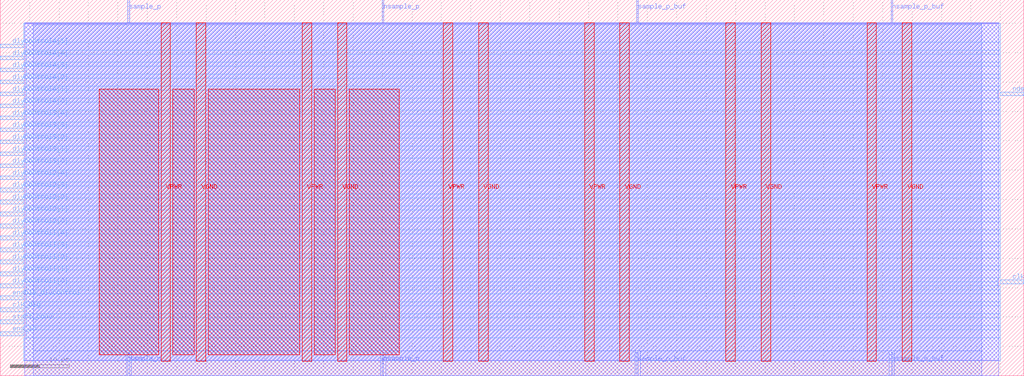
<source format=lef>
VERSION 5.7 ;
  NOWIREEXTENSIONATPIN ON ;
  DIVIDERCHAR "/" ;
  BUSBITCHARS "[]" ;
MACRO adc_clkgen_with_edgedetect
  CLASS BLOCK ;
  FOREIGN adc_clkgen_with_edgedetect ;
  ORIGIN 0.000 0.000 ;
  SIZE 174.000 BY 64.000 ;
  PIN VGND
    DIRECTION INOUT ;
    USE GROUND ;
    PORT
      LAYER met4 ;
        RECT 33.340 2.480 34.940 60.080 ;
    END
    PORT
      LAYER met4 ;
        RECT 57.340 2.480 58.940 60.080 ;
    END
    PORT
      LAYER met4 ;
        RECT 81.340 2.480 82.940 60.080 ;
    END
    PORT
      LAYER met4 ;
        RECT 105.340 2.480 106.940 60.080 ;
    END
    PORT
      LAYER met4 ;
        RECT 129.340 2.480 130.940 60.080 ;
    END
    PORT
      LAYER met4 ;
        RECT 153.340 2.480 154.940 60.080 ;
    END
  END VGND
  PIN VPWR
    DIRECTION INOUT ;
    USE POWER ;
    PORT
      LAYER met4 ;
        RECT 27.340 2.480 28.940 60.080 ;
    END
    PORT
      LAYER met4 ;
        RECT 51.340 2.480 52.940 60.080 ;
    END
    PORT
      LAYER met4 ;
        RECT 75.340 2.480 76.940 60.080 ;
    END
    PORT
      LAYER met4 ;
        RECT 99.340 2.480 100.940 60.080 ;
    END
    PORT
      LAYER met4 ;
        RECT 123.340 2.480 124.940 60.080 ;
    END
    PORT
      LAYER met4 ;
        RECT 147.340 2.480 148.940 60.080 ;
    END
  END VPWR
  PIN clk_comp
    DIRECTION OUTPUT TRISTATE ;
    USE SIGNAL ;
    PORT
      LAYER met3 ;
        RECT 170.000 15.680 174.000 16.280 ;
    END
  END clk_comp
  PIN clk_dig
    DIRECTION OUTPUT TRISTATE ;
    USE SIGNAL ;
    PORT
      LAYER met3 ;
        RECT 0.000 10.920 4.000 11.520 ;
    END
  END clk_dig
  PIN dlycontrol1[0]
    DIRECTION INPUT ;
    USE SIGNAL ;
    PORT
      LAYER met3 ;
        RECT 0.000 15.000 4.000 15.600 ;
    END
  END dlycontrol1[0]
  PIN dlycontrol1[1]
    DIRECTION INPUT ;
    USE SIGNAL ;
    PORT
      LAYER met3 ;
        RECT 0.000 17.040 4.000 17.640 ;
    END
  END dlycontrol1[1]
  PIN dlycontrol1[2]
    DIRECTION INPUT ;
    USE SIGNAL ;
    PORT
      LAYER met3 ;
        RECT 0.000 19.080 4.000 19.680 ;
    END
  END dlycontrol1[2]
  PIN dlycontrol1[3]
    DIRECTION INPUT ;
    USE SIGNAL ;
    PORT
      LAYER met3 ;
        RECT 0.000 21.120 4.000 21.720 ;
    END
  END dlycontrol1[3]
  PIN dlycontrol1[4]
    DIRECTION INPUT ;
    USE SIGNAL ;
    PORT
      LAYER met3 ;
        RECT 0.000 23.160 4.000 23.760 ;
    END
  END dlycontrol1[4]
  PIN dlycontrol2[0]
    DIRECTION INPUT ;
    USE SIGNAL ;
    PORT
      LAYER met3 ;
        RECT 0.000 25.200 4.000 25.800 ;
    END
  END dlycontrol2[0]
  PIN dlycontrol2[1]
    DIRECTION INPUT ;
    USE SIGNAL ;
    PORT
      LAYER met3 ;
        RECT 0.000 27.240 4.000 27.840 ;
    END
  END dlycontrol2[1]
  PIN dlycontrol2[2]
    DIRECTION INPUT ;
    USE SIGNAL ;
    PORT
      LAYER met3 ;
        RECT 0.000 29.280 4.000 29.880 ;
    END
  END dlycontrol2[2]
  PIN dlycontrol2[3]
    DIRECTION INPUT ;
    USE SIGNAL ;
    PORT
      LAYER met3 ;
        RECT 0.000 31.320 4.000 31.920 ;
    END
  END dlycontrol2[3]
  PIN dlycontrol2[4]
    DIRECTION INPUT ;
    USE SIGNAL ;
    PORT
      LAYER met3 ;
        RECT 0.000 33.360 4.000 33.960 ;
    END
  END dlycontrol2[4]
  PIN dlycontrol3[0]
    DIRECTION INPUT ;
    USE SIGNAL ;
    PORT
      LAYER met3 ;
        RECT 0.000 35.400 4.000 36.000 ;
    END
  END dlycontrol3[0]
  PIN dlycontrol3[1]
    DIRECTION INPUT ;
    USE SIGNAL ;
    PORT
      LAYER met3 ;
        RECT 0.000 37.440 4.000 38.040 ;
    END
  END dlycontrol3[1]
  PIN dlycontrol3[2]
    DIRECTION INPUT ;
    USE SIGNAL ;
    PORT
      LAYER met3 ;
        RECT 0.000 39.480 4.000 40.080 ;
    END
  END dlycontrol3[2]
  PIN dlycontrol3[3]
    DIRECTION INPUT ;
    USE SIGNAL ;
    PORT
      LAYER met3 ;
        RECT 0.000 41.520 4.000 42.120 ;
    END
  END dlycontrol3[3]
  PIN dlycontrol3[4]
    DIRECTION INPUT ;
    USE SIGNAL ;
    PORT
      LAYER met3 ;
        RECT 0.000 43.560 4.000 44.160 ;
    END
  END dlycontrol3[4]
  PIN dlycontrol4[0]
    DIRECTION INPUT ;
    USE SIGNAL ;
    PORT
      LAYER met3 ;
        RECT 0.000 45.600 4.000 46.200 ;
    END
  END dlycontrol4[0]
  PIN dlycontrol4[1]
    DIRECTION INPUT ;
    USE SIGNAL ;
    PORT
      LAYER met3 ;
        RECT 0.000 47.640 4.000 48.240 ;
    END
  END dlycontrol4[1]
  PIN dlycontrol4[2]
    DIRECTION INPUT ;
    USE SIGNAL ;
    PORT
      LAYER met3 ;
        RECT 0.000 49.680 4.000 50.280 ;
    END
  END dlycontrol4[2]
  PIN dlycontrol4[3]
    DIRECTION INPUT ;
    USE SIGNAL ;
    PORT
      LAYER met3 ;
        RECT 0.000 51.720 4.000 52.320 ;
    END
  END dlycontrol4[3]
  PIN dlycontrol4[4]
    DIRECTION INPUT ;
    USE SIGNAL ;
    PORT
      LAYER met3 ;
        RECT 0.000 53.760 4.000 54.360 ;
    END
  END dlycontrol4[4]
  PIN dlycontrol4[5]
    DIRECTION INPUT ;
    USE SIGNAL ;
    PORT
      LAYER met3 ;
        RECT 0.000 55.800 4.000 56.400 ;
    END
  END dlycontrol4[5]
  PIN ena_in
    DIRECTION INPUT ;
    USE SIGNAL ;
    PORT
      LAYER met3 ;
        RECT 0.000 6.840 4.000 7.440 ;
    END
  END ena_in
  PIN enable_dlycontrol
    DIRECTION INPUT ;
    USE SIGNAL ;
    PORT
      LAYER met3 ;
        RECT 0.000 12.960 4.000 13.560 ;
    END
  END enable_dlycontrol
  PIN ndecision_finish
    DIRECTION INPUT ;
    USE SIGNAL ;
    PORT
      LAYER met3 ;
        RECT 170.000 47.640 174.000 48.240 ;
    END
  END ndecision_finish
  PIN nsample_n
    DIRECTION INPUT ;
    USE SIGNAL ;
    PORT
      LAYER met2 ;
        RECT 64.950 0.000 65.230 4.000 ;
    END
  END nsample_n
  PIN nsample_n_buf
    DIRECTION OUTPUT TRISTATE ;
    USE SIGNAL ;
    PORT
      LAYER met2 ;
        RECT 151.430 0.000 151.710 4.000 ;
    END
  END nsample_n_buf
  PIN nsample_p
    DIRECTION INPUT ;
    USE SIGNAL ;
    PORT
      LAYER met2 ;
        RECT 64.950 60.000 65.230 64.000 ;
    END
  END nsample_p
  PIN nsample_p_buf
    DIRECTION OUTPUT TRISTATE ;
    USE SIGNAL ;
    PORT
      LAYER met2 ;
        RECT 151.430 60.000 151.710 64.000 ;
    END
  END nsample_p_buf
  PIN sample_n
    DIRECTION INPUT ;
    USE SIGNAL ;
    PORT
      LAYER met2 ;
        RECT 21.710 0.000 21.990 4.000 ;
    END
  END sample_n
  PIN sample_n_buf
    DIRECTION OUTPUT TRISTATE ;
    USE SIGNAL ;
    PORT
      LAYER met2 ;
        RECT 108.190 0.000 108.470 4.000 ;
    END
  END sample_n_buf
  PIN sample_p
    DIRECTION INPUT ;
    USE SIGNAL ;
    PORT
      LAYER met2 ;
        RECT 21.710 60.000 21.990 64.000 ;
    END
  END sample_p
  PIN sample_p_buf
    DIRECTION OUTPUT TRISTATE ;
    USE SIGNAL ;
    PORT
      LAYER met2 ;
        RECT 108.190 60.000 108.470 64.000 ;
    END
  END sample_p_buf
  PIN start_conv
    DIRECTION INPUT ;
    USE SIGNAL ;
    PORT
      LAYER met3 ;
        RECT 0.000 8.880 4.000 9.480 ;
    END
  END start_conv
  OBS
      LAYER li1 ;
        RECT 4.140 2.635 169.740 59.925 ;
      LAYER met1 ;
        RECT 4.140 0.040 169.740 60.080 ;
      LAYER met2 ;
        RECT 5.620 59.720 21.430 60.025 ;
        RECT 22.270 59.720 64.670 60.025 ;
        RECT 65.510 59.720 107.910 60.025 ;
        RECT 108.750 59.720 151.150 60.025 ;
        RECT 151.990 59.720 166.880 60.025 ;
        RECT 5.620 4.280 166.880 59.720 ;
        RECT 5.620 0.010 21.430 4.280 ;
        RECT 22.270 0.010 64.670 4.280 ;
        RECT 65.510 0.010 107.910 4.280 ;
        RECT 108.750 0.010 151.150 4.280 ;
        RECT 151.990 0.010 166.880 4.280 ;
      LAYER met3 ;
        RECT 4.000 56.800 170.000 60.005 ;
        RECT 4.400 55.400 170.000 56.800 ;
        RECT 4.000 54.760 170.000 55.400 ;
        RECT 4.400 53.360 170.000 54.760 ;
        RECT 4.000 52.720 170.000 53.360 ;
        RECT 4.400 51.320 170.000 52.720 ;
        RECT 4.000 50.680 170.000 51.320 ;
        RECT 4.400 49.280 170.000 50.680 ;
        RECT 4.000 48.640 170.000 49.280 ;
        RECT 4.400 47.240 169.600 48.640 ;
        RECT 4.000 46.600 170.000 47.240 ;
        RECT 4.400 45.200 170.000 46.600 ;
        RECT 4.000 44.560 170.000 45.200 ;
        RECT 4.400 43.160 170.000 44.560 ;
        RECT 4.000 42.520 170.000 43.160 ;
        RECT 4.400 41.120 170.000 42.520 ;
        RECT 4.000 40.480 170.000 41.120 ;
        RECT 4.400 39.080 170.000 40.480 ;
        RECT 4.000 38.440 170.000 39.080 ;
        RECT 4.400 37.040 170.000 38.440 ;
        RECT 4.000 36.400 170.000 37.040 ;
        RECT 4.400 35.000 170.000 36.400 ;
        RECT 4.000 34.360 170.000 35.000 ;
        RECT 4.400 32.960 170.000 34.360 ;
        RECT 4.000 32.320 170.000 32.960 ;
        RECT 4.400 30.920 170.000 32.320 ;
        RECT 4.000 30.280 170.000 30.920 ;
        RECT 4.400 28.880 170.000 30.280 ;
        RECT 4.000 28.240 170.000 28.880 ;
        RECT 4.400 26.840 170.000 28.240 ;
        RECT 4.000 26.200 170.000 26.840 ;
        RECT 4.400 24.800 170.000 26.200 ;
        RECT 4.000 24.160 170.000 24.800 ;
        RECT 4.400 22.760 170.000 24.160 ;
        RECT 4.000 22.120 170.000 22.760 ;
        RECT 4.400 20.720 170.000 22.120 ;
        RECT 4.000 20.080 170.000 20.720 ;
        RECT 4.400 18.680 170.000 20.080 ;
        RECT 4.000 18.040 170.000 18.680 ;
        RECT 4.400 16.680 170.000 18.040 ;
        RECT 4.400 16.640 169.600 16.680 ;
        RECT 4.000 16.000 169.600 16.640 ;
        RECT 4.400 15.280 169.600 16.000 ;
        RECT 4.400 14.600 170.000 15.280 ;
        RECT 4.000 13.960 170.000 14.600 ;
        RECT 4.400 12.560 170.000 13.960 ;
        RECT 4.000 11.920 170.000 12.560 ;
        RECT 4.400 10.520 170.000 11.920 ;
        RECT 4.000 9.880 170.000 10.520 ;
        RECT 4.400 8.480 170.000 9.880 ;
        RECT 4.000 7.840 170.000 8.480 ;
        RECT 4.400 6.440 170.000 7.840 ;
        RECT 4.000 2.555 170.000 6.440 ;
      LAYER met4 ;
        RECT 16.855 3.575 26.940 48.785 ;
        RECT 29.340 3.575 32.940 48.785 ;
        RECT 35.340 3.575 50.940 48.785 ;
        RECT 53.340 3.575 56.940 48.785 ;
        RECT 59.340 3.575 67.785 48.785 ;
  END
END adc_clkgen_with_edgedetect
END LIBRARY


</source>
